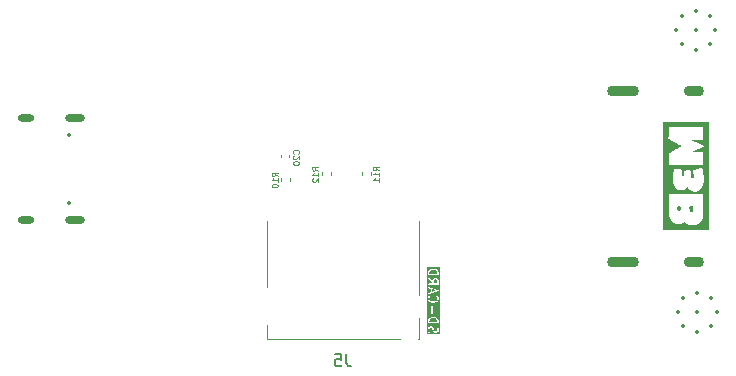
<source format=gbo>
%TF.GenerationSoftware,KiCad,Pcbnew,7.0.8*%
%TF.CreationDate,2024-04-11T13:26:55+03:00*%
%TF.ProjectId,rp2040DVI,72703230-3430-4445-9649-2e6b69636164,rev?*%
%TF.SameCoordinates,Original*%
%TF.FileFunction,Legend,Bot*%
%TF.FilePolarity,Positive*%
%FSLAX46Y46*%
G04 Gerber Fmt 4.6, Leading zero omitted, Abs format (unit mm)*
G04 Created by KiCad (PCBNEW 7.0.8) date 2024-04-11 13:26:55*
%MOMM*%
%LPD*%
G01*
G04 APERTURE LIST*
%ADD10C,0.120000*%
%ADD11C,0.150000*%
%ADD12C,0.100000*%
%ADD13C,0.150000*%
%ADD14C,0.149999*%
%ADD15C,0.350000*%
%ADD16O,2.700000X0.900000*%
%ADD17O,1.700000X0.900000*%
%ADD18O,1.700000X0.600000*%
%ADD19O,1.400000X0.600000*%
G04 APERTURE END LIST*
D10*
G36*
X186874726Y-104016235D02*
G01*
X186936319Y-104047031D01*
X186995606Y-104106318D01*
X187026144Y-104197931D01*
X187026144Y-104318671D01*
X186346144Y-104318671D01*
X186346144Y-104197932D01*
X186376682Y-104106318D01*
X186435969Y-104047032D01*
X186497566Y-104016233D01*
X186636385Y-103981528D01*
X186735903Y-103981528D01*
X186874726Y-104016235D01*
G37*
G36*
X186896407Y-101635813D02*
G01*
X186574716Y-101743044D01*
X186574716Y-101528583D01*
X186896407Y-101635813D01*
G37*
G36*
X186974412Y-100732744D02*
G01*
X186998736Y-100757069D01*
X187026144Y-100811884D01*
X187026144Y-101042481D01*
X186727097Y-101042481D01*
X186727097Y-100811884D01*
X186754504Y-100757068D01*
X186778829Y-100732744D01*
X186833643Y-100705338D01*
X186919600Y-100705338D01*
X186974412Y-100732744D01*
G37*
G36*
X186874726Y-99940045D02*
G01*
X186936319Y-99970841D01*
X186995606Y-100030128D01*
X187026144Y-100121741D01*
X187026144Y-100242481D01*
X186346144Y-100242481D01*
X186346144Y-100121742D01*
X186376682Y-100030128D01*
X186435969Y-99970842D01*
X186497566Y-99940043D01*
X186636385Y-99905338D01*
X186735903Y-99905338D01*
X186874726Y-99940045D01*
G37*
G36*
X187260430Y-105352958D02*
G01*
X186111858Y-105352958D01*
X186111858Y-105064386D01*
X186226144Y-105064386D01*
X186229923Y-105073509D01*
X186229223Y-105083360D01*
X186267319Y-105197646D01*
X186297408Y-105232337D01*
X186343214Y-105235593D01*
X186377905Y-105205504D01*
X186381161Y-105159698D01*
X186346144Y-105054648D01*
X186346144Y-104888073D01*
X186373550Y-104833260D01*
X186397875Y-104808936D01*
X186452690Y-104781529D01*
X186500551Y-104781529D01*
X186555366Y-104808936D01*
X186579690Y-104833261D01*
X186610485Y-104894851D01*
X186646984Y-105040843D01*
X186651042Y-105046320D01*
X186651526Y-105053124D01*
X186689621Y-105129314D01*
X186697082Y-105135784D01*
X186700861Y-105144907D01*
X186738955Y-105183002D01*
X186748079Y-105186781D01*
X186754549Y-105194241D01*
X186830740Y-105232337D01*
X186844668Y-105233326D01*
X186857573Y-105238672D01*
X186933763Y-105238672D01*
X186946666Y-105233327D01*
X186960596Y-105232337D01*
X187036787Y-105194242D01*
X187043257Y-105186780D01*
X187052380Y-105183002D01*
X187090475Y-105144908D01*
X187094253Y-105135784D01*
X187101715Y-105129314D01*
X187139810Y-105053124D01*
X187140799Y-105039193D01*
X187146144Y-105026291D01*
X187146144Y-104835814D01*
X187142364Y-104826690D01*
X187143065Y-104816840D01*
X187104970Y-104702555D01*
X187074882Y-104667864D01*
X187029075Y-104664608D01*
X186994384Y-104694696D01*
X186991128Y-104740503D01*
X187026144Y-104845551D01*
X187026144Y-105012126D01*
X186998736Y-105066940D01*
X186974412Y-105091265D01*
X186919600Y-105118672D01*
X186871738Y-105118672D01*
X186816924Y-105091265D01*
X186792599Y-105066941D01*
X186761803Y-105005349D01*
X186725306Y-104859358D01*
X186721245Y-104853877D01*
X186720762Y-104847077D01*
X186682666Y-104770886D01*
X186675206Y-104764416D01*
X186671427Y-104755292D01*
X186633332Y-104717198D01*
X186624209Y-104713419D01*
X186617739Y-104705958D01*
X186541549Y-104667863D01*
X186527618Y-104666873D01*
X186514716Y-104661529D01*
X186438525Y-104661529D01*
X186425622Y-104666873D01*
X186411692Y-104667863D01*
X186335502Y-104705958D01*
X186329031Y-104713419D01*
X186319908Y-104717198D01*
X186281814Y-104755293D01*
X186278035Y-104764415D01*
X186270574Y-104770886D01*
X186232479Y-104847077D01*
X186231488Y-104861006D01*
X186226144Y-104873910D01*
X186226144Y-105064386D01*
X186111858Y-105064386D01*
X186111858Y-104378671D01*
X186226144Y-104378671D01*
X186243718Y-104421097D01*
X186286144Y-104438671D01*
X187086144Y-104438671D01*
X187128570Y-104421097D01*
X187146144Y-104378671D01*
X187146144Y-104188195D01*
X187142364Y-104179071D01*
X187143065Y-104169222D01*
X187104970Y-104054935D01*
X187095818Y-104044383D01*
X187090475Y-104031483D01*
X187014285Y-103955293D01*
X187005163Y-103951514D01*
X186998692Y-103944053D01*
X186922501Y-103905958D01*
X186915697Y-103905474D01*
X186910220Y-103901416D01*
X186757839Y-103863320D01*
X186750315Y-103864439D01*
X186743287Y-103861528D01*
X186629001Y-103861528D01*
X186621973Y-103864438D01*
X186614449Y-103863319D01*
X186462068Y-103901416D01*
X186456590Y-103905474D01*
X186449787Y-103905958D01*
X186373597Y-103944053D01*
X186367126Y-103951514D01*
X186358004Y-103955293D01*
X186281814Y-104031483D01*
X186276470Y-104044383D01*
X186267319Y-104054935D01*
X186229223Y-104169221D01*
X186229923Y-104179071D01*
X186226144Y-104188195D01*
X186226144Y-104378671D01*
X186111858Y-104378671D01*
X186111858Y-103578671D01*
X186530906Y-103578671D01*
X186548480Y-103621097D01*
X186590906Y-103638671D01*
X186633332Y-103621097D01*
X186650906Y-103578671D01*
X186650906Y-102969148D01*
X186633332Y-102926722D01*
X186590906Y-102909148D01*
X186548480Y-102926722D01*
X186530906Y-102969148D01*
X186530906Y-103578671D01*
X186111858Y-103578671D01*
X186111858Y-102359624D01*
X186226144Y-102359624D01*
X186229923Y-102368747D01*
X186229223Y-102378598D01*
X186267319Y-102492884D01*
X186276470Y-102503435D01*
X186281814Y-102516336D01*
X186358004Y-102592526D01*
X186367126Y-102596304D01*
X186373597Y-102603766D01*
X186449787Y-102641861D01*
X186456590Y-102642344D01*
X186462068Y-102646403D01*
X186614449Y-102684500D01*
X186621973Y-102683380D01*
X186629001Y-102686291D01*
X186743287Y-102686291D01*
X186750315Y-102683379D01*
X186757839Y-102684499D01*
X186910220Y-102646403D01*
X186915697Y-102642344D01*
X186922501Y-102641861D01*
X186998692Y-102603766D01*
X187005163Y-102596304D01*
X187014285Y-102592526D01*
X187090475Y-102516336D01*
X187095818Y-102503435D01*
X187104970Y-102492884D01*
X187143065Y-102378597D01*
X187142364Y-102368747D01*
X187146144Y-102359624D01*
X187146144Y-102283433D01*
X187142364Y-102274309D01*
X187143065Y-102264459D01*
X187104970Y-102150174D01*
X187095819Y-102139623D01*
X187090476Y-102126722D01*
X187052381Y-102088626D01*
X187009955Y-102071053D01*
X186967528Y-102088625D01*
X186949955Y-102131051D01*
X186967527Y-102173478D01*
X186995606Y-102201558D01*
X187026144Y-102293170D01*
X187026144Y-102349887D01*
X186995606Y-102441500D01*
X186936319Y-102500787D01*
X186874726Y-102531583D01*
X186735903Y-102566291D01*
X186636385Y-102566291D01*
X186497566Y-102531585D01*
X186435969Y-102500787D01*
X186376682Y-102441500D01*
X186346144Y-102349886D01*
X186346144Y-102293170D01*
X186376681Y-102201558D01*
X186404762Y-102173478D01*
X186422334Y-102131051D01*
X186404761Y-102088625D01*
X186362334Y-102071053D01*
X186319908Y-102088626D01*
X186281813Y-102126722D01*
X186276469Y-102139624D01*
X186267319Y-102150174D01*
X186229223Y-102264459D01*
X186229923Y-102274309D01*
X186226144Y-102283433D01*
X186226144Y-102359624D01*
X186111858Y-102359624D01*
X186111858Y-101921455D01*
X186229223Y-101921455D01*
X186259311Y-101956146D01*
X186305118Y-101959402D01*
X187105118Y-101692735D01*
X187108505Y-101689796D01*
X187112977Y-101689479D01*
X187125439Y-101675109D01*
X187139809Y-101662647D01*
X187140126Y-101658175D01*
X187143065Y-101654788D01*
X187141716Y-101635814D01*
X187143065Y-101616840D01*
X187140126Y-101613452D01*
X187139809Y-101608981D01*
X187125437Y-101596516D01*
X187112976Y-101582149D01*
X187108505Y-101581831D01*
X187105118Y-101578893D01*
X186305118Y-101312227D01*
X186259311Y-101315483D01*
X186229223Y-101350174D01*
X186232479Y-101395981D01*
X186267170Y-101426069D01*
X186454716Y-101488584D01*
X186454716Y-101783044D01*
X186267170Y-101845560D01*
X186232479Y-101875648D01*
X186229223Y-101921455D01*
X186111858Y-101921455D01*
X186111858Y-101102481D01*
X186226144Y-101102481D01*
X186243718Y-101144907D01*
X186286144Y-101162481D01*
X186667097Y-101162481D01*
X187086144Y-101162481D01*
X187128570Y-101144907D01*
X187146144Y-101102481D01*
X187146144Y-100797719D01*
X187140799Y-100784816D01*
X187139810Y-100770886D01*
X187101715Y-100694696D01*
X187094253Y-100688225D01*
X187090475Y-100679102D01*
X187052380Y-100641008D01*
X187043257Y-100637229D01*
X187036787Y-100629768D01*
X186960596Y-100591673D01*
X186946666Y-100590682D01*
X186933763Y-100585338D01*
X186819478Y-100585338D01*
X186806573Y-100590683D01*
X186792645Y-100591673D01*
X186716454Y-100629769D01*
X186709984Y-100637228D01*
X186700860Y-100641008D01*
X186662766Y-100679103D01*
X186658987Y-100688225D01*
X186651526Y-100694696D01*
X186613431Y-100770886D01*
X186612441Y-100784816D01*
X186607403Y-100796980D01*
X186320552Y-100596184D01*
X186275717Y-100586252D01*
X186236990Y-100610930D01*
X186227058Y-100655765D01*
X186251736Y-100694492D01*
X186607097Y-100943244D01*
X186607097Y-101042481D01*
X186286144Y-101042481D01*
X186243718Y-101060055D01*
X186226144Y-101102481D01*
X186111858Y-101102481D01*
X186111858Y-100302481D01*
X186226144Y-100302481D01*
X186243718Y-100344907D01*
X186286144Y-100362481D01*
X187086144Y-100362481D01*
X187128570Y-100344907D01*
X187146144Y-100302481D01*
X187146144Y-100112005D01*
X187142364Y-100102881D01*
X187143065Y-100093032D01*
X187104970Y-99978745D01*
X187095818Y-99968193D01*
X187090475Y-99955293D01*
X187014285Y-99879103D01*
X187005163Y-99875324D01*
X186998692Y-99867863D01*
X186922501Y-99829768D01*
X186915697Y-99829284D01*
X186910220Y-99825226D01*
X186757839Y-99787130D01*
X186750315Y-99788249D01*
X186743287Y-99785338D01*
X186629001Y-99785338D01*
X186621973Y-99788248D01*
X186614449Y-99787129D01*
X186462068Y-99825226D01*
X186456590Y-99829284D01*
X186449787Y-99829768D01*
X186373597Y-99867863D01*
X186367126Y-99875324D01*
X186358004Y-99879103D01*
X186281814Y-99955293D01*
X186276470Y-99968193D01*
X186267319Y-99978745D01*
X186229223Y-100093031D01*
X186229923Y-100102881D01*
X186226144Y-100112005D01*
X186226144Y-100302481D01*
X186111858Y-100302481D01*
X186111858Y-99671052D01*
X187260430Y-99671052D01*
X187260430Y-105352958D01*
G37*
D11*
G36*
X208574661Y-94523027D02*
G01*
X208608733Y-94523989D01*
X208640149Y-94526023D01*
X208669458Y-94530631D01*
X208676053Y-94533035D01*
X208696494Y-94555452D01*
X208706907Y-94586158D01*
X208711080Y-94617734D01*
X208711956Y-94644410D01*
X208711885Y-94675109D01*
X208711571Y-94712816D01*
X208711004Y-94746837D01*
X208710185Y-94777170D01*
X208708808Y-94809903D01*
X208706635Y-94841580D01*
X208703896Y-94864961D01*
X208695138Y-94898277D01*
X208683884Y-94927151D01*
X208666306Y-94956997D01*
X208644829Y-94979902D01*
X208619451Y-94995866D01*
X208590174Y-95004889D01*
X208563945Y-95007110D01*
X208530292Y-95003813D01*
X208499949Y-94993921D01*
X208472916Y-94977435D01*
X208449193Y-94954354D01*
X208428780Y-94924678D01*
X208411678Y-94888408D01*
X208402115Y-94860565D01*
X208394024Y-94829790D01*
X208387403Y-94796085D01*
X208382254Y-94759448D01*
X208378576Y-94719881D01*
X208376369Y-94677383D01*
X208375634Y-94631953D01*
X208376845Y-94601977D01*
X208382226Y-94569623D01*
X208395005Y-94541416D01*
X208410072Y-94528639D01*
X208442029Y-94524632D01*
X208472838Y-94523470D01*
X208507116Y-94522920D01*
X208541230Y-94522777D01*
X208574661Y-94523027D01*
G37*
G36*
X207512557Y-94523060D02*
G01*
X207542495Y-94524107D01*
X207573951Y-94526941D01*
X207590882Y-94530837D01*
X207611867Y-94553368D01*
X207621957Y-94584738D01*
X207625185Y-94618077D01*
X207625320Y-94627557D01*
X207625263Y-94631953D01*
X207624836Y-94665001D01*
X207623385Y-94700029D01*
X207620966Y-94732641D01*
X207617580Y-94762837D01*
X207610687Y-94803602D01*
X207601618Y-94838932D01*
X207590371Y-94868827D01*
X207571990Y-94900231D01*
X207549739Y-94921972D01*
X207516484Y-94935561D01*
X207501489Y-94936769D01*
X207464566Y-94931742D01*
X207432566Y-94916664D01*
X207405490Y-94891534D01*
X207388413Y-94866090D01*
X207374106Y-94834991D01*
X207362567Y-94798238D01*
X207353798Y-94755830D01*
X207349490Y-94724417D01*
X207346414Y-94690492D01*
X207344567Y-94654053D01*
X207343952Y-94615101D01*
X207345967Y-94582769D01*
X207354153Y-94552401D01*
X207374209Y-94529610D01*
X207376192Y-94528639D01*
X207406675Y-94524431D01*
X207436625Y-94523241D01*
X207470645Y-94522800D01*
X207481705Y-94522777D01*
X207512557Y-94523060D01*
G37*
G36*
X210023465Y-96554558D02*
G01*
X206165067Y-96554558D01*
X206165067Y-94932372D01*
X206640533Y-94932372D01*
X206640729Y-94964626D01*
X206641317Y-94996449D01*
X206642297Y-95027841D01*
X206643670Y-95058802D01*
X206645434Y-95089333D01*
X206647591Y-95119433D01*
X206650140Y-95149102D01*
X206653081Y-95178340D01*
X206660139Y-95235524D01*
X206668766Y-95290986D01*
X206678961Y-95344724D01*
X206690725Y-95396739D01*
X206704057Y-95447031D01*
X206718957Y-95495600D01*
X206735427Y-95542446D01*
X206753464Y-95587569D01*
X206773071Y-95630969D01*
X206794245Y-95672646D01*
X206816989Y-95712599D01*
X206841300Y-95750830D01*
X206860058Y-95776974D01*
X206880335Y-95802101D01*
X206902132Y-95826210D01*
X206925450Y-95849302D01*
X206950286Y-95871376D01*
X206976643Y-95892433D01*
X207004520Y-95912472D01*
X207033916Y-95931493D01*
X207064833Y-95949497D01*
X207097269Y-95966484D01*
X207119737Y-95977243D01*
X207151963Y-95991647D01*
X207184343Y-96004634D01*
X207216878Y-96016205D01*
X207249567Y-96026359D01*
X207282411Y-96035096D01*
X207315410Y-96042416D01*
X207348563Y-96048319D01*
X207381871Y-96052806D01*
X207415333Y-96055875D01*
X207448950Y-96057528D01*
X207471447Y-96057843D01*
X207508118Y-96055954D01*
X207546323Y-96050287D01*
X207575983Y-96043557D01*
X207606506Y-96034702D01*
X207637893Y-96023722D01*
X207670142Y-96010617D01*
X207703255Y-95995386D01*
X207737230Y-95978030D01*
X207772068Y-95958549D01*
X207807769Y-95936943D01*
X207841878Y-95915468D01*
X207872212Y-95896105D01*
X207898773Y-95878854D01*
X207928317Y-95859139D01*
X207955812Y-95839776D01*
X207978886Y-95819709D01*
X207977030Y-95816775D01*
X208003176Y-95833004D01*
X208023913Y-95856045D01*
X208033450Y-95868066D01*
X208058929Y-95899299D01*
X208086092Y-95928517D01*
X208114937Y-95955719D01*
X208145465Y-95980907D01*
X208177677Y-96004079D01*
X208211571Y-96025237D01*
X208247149Y-96044379D01*
X208284409Y-96061507D01*
X208323353Y-96076619D01*
X208363979Y-96089717D01*
X208406288Y-96100799D01*
X208450281Y-96109867D01*
X208495956Y-96116919D01*
X208543314Y-96121957D01*
X208592355Y-96124979D01*
X208643080Y-96125987D01*
X208687258Y-96125054D01*
X208730767Y-96122255D01*
X208773606Y-96117589D01*
X208815775Y-96111058D01*
X208857274Y-96102660D01*
X208898104Y-96092396D01*
X208938263Y-96080266D01*
X208977754Y-96066270D01*
X209016574Y-96050407D01*
X209054724Y-96032679D01*
X209092205Y-96013084D01*
X209129016Y-95991623D01*
X209165157Y-95968296D01*
X209200629Y-95943102D01*
X209235431Y-95916043D01*
X209269563Y-95887117D01*
X209303280Y-95855785D01*
X209334821Y-95823702D01*
X209364188Y-95790870D01*
X209391379Y-95757287D01*
X209416395Y-95722955D01*
X209439235Y-95687873D01*
X209459900Y-95652040D01*
X209478390Y-95615458D01*
X209494705Y-95578126D01*
X209508844Y-95540045D01*
X209520808Y-95501213D01*
X209530597Y-95461631D01*
X209538211Y-95421300D01*
X209543649Y-95380218D01*
X209546912Y-95338387D01*
X209548000Y-95295806D01*
X209548000Y-95259005D01*
X209548000Y-95218946D01*
X209548000Y-95175629D01*
X209548000Y-95144940D01*
X209548000Y-95112803D01*
X209548000Y-95079218D01*
X209548000Y-95044184D01*
X209548000Y-95007702D01*
X209548000Y-94969772D01*
X209548000Y-94930394D01*
X209548000Y-94889567D01*
X209548000Y-94847292D01*
X209548000Y-94803569D01*
X209548000Y-94758397D01*
X209548000Y-94735268D01*
X209548000Y-94689378D01*
X209548000Y-94644948D01*
X209548000Y-94601977D01*
X209548000Y-94560467D01*
X209548000Y-94520416D01*
X209548000Y-94481824D01*
X209548000Y-94444693D01*
X209548000Y-94409021D01*
X209548000Y-94374809D01*
X209548000Y-94342056D01*
X209548000Y-94310764D01*
X209548000Y-94280931D01*
X209548000Y-94238918D01*
X209548000Y-94200190D01*
X209548000Y-94176196D01*
X209548000Y-94140136D01*
X209548000Y-94107501D01*
X209548000Y-94071500D01*
X209548000Y-94032133D01*
X209548000Y-94000399D01*
X209548000Y-93966771D01*
X209548000Y-93931250D01*
X209548000Y-93893836D01*
X209548000Y-93854528D01*
X209548000Y-93815371D01*
X209548000Y-93778133D01*
X209548000Y-93742814D01*
X209548000Y-93709414D01*
X209548000Y-93677933D01*
X209548000Y-93648371D01*
X209548000Y-93611941D01*
X209548000Y-93578922D01*
X209548000Y-93549316D01*
X209548000Y-93535792D01*
X209544244Y-93505979D01*
X209528989Y-93480691D01*
X209501998Y-93468713D01*
X209487916Y-93467648D01*
X209443604Y-93467860D01*
X209411845Y-93468238D01*
X209378311Y-93468805D01*
X209343003Y-93469560D01*
X209305920Y-93470505D01*
X209267063Y-93471638D01*
X209226430Y-93472961D01*
X209184024Y-93474472D01*
X209139843Y-93476172D01*
X209093887Y-93478061D01*
X209046156Y-93480139D01*
X208996651Y-93482406D01*
X208945372Y-93484862D01*
X208892318Y-93487507D01*
X208837489Y-93490340D01*
X208809409Y-93491828D01*
X208753690Y-93494845D01*
X208699740Y-93497667D01*
X208647559Y-93500294D01*
X208597147Y-93502727D01*
X208548503Y-93504965D01*
X208501629Y-93507009D01*
X208456523Y-93508858D01*
X208413186Y-93510512D01*
X208371618Y-93511972D01*
X208331819Y-93513237D01*
X208293789Y-93514308D01*
X208257527Y-93515184D01*
X208223035Y-93515865D01*
X208190311Y-93516351D01*
X208159356Y-93516643D01*
X208130170Y-93516741D01*
X208099000Y-93516652D01*
X208064476Y-93516386D01*
X208026597Y-93515942D01*
X207985364Y-93515321D01*
X207940777Y-93514522D01*
X207892834Y-93513546D01*
X207841538Y-93512393D01*
X207786886Y-93511062D01*
X207728881Y-93509554D01*
X207698620Y-93508733D01*
X207667520Y-93507868D01*
X207635582Y-93506958D01*
X207602806Y-93506004D01*
X207569190Y-93505006D01*
X207534736Y-93503964D01*
X207499444Y-93502877D01*
X207463312Y-93501745D01*
X207426343Y-93500570D01*
X207388534Y-93499350D01*
X207349887Y-93498085D01*
X207310401Y-93496777D01*
X207270077Y-93495423D01*
X207228914Y-93494026D01*
X207195159Y-93492830D01*
X207158469Y-93491441D01*
X207118841Y-93489859D01*
X207076277Y-93488084D01*
X207046270Y-93486793D01*
X207014957Y-93485416D01*
X206982339Y-93483954D01*
X206948416Y-93482405D01*
X206913188Y-93480771D01*
X206876654Y-93479051D01*
X206838816Y-93477245D01*
X206799672Y-93475353D01*
X206759223Y-93473375D01*
X206717469Y-93471311D01*
X206688160Y-93469113D01*
X206659137Y-93474712D01*
X206642812Y-93499614D01*
X206640533Y-93521137D01*
X206640533Y-94615101D01*
X206640533Y-94932372D01*
X206165067Y-94932372D01*
X206165067Y-92194898D01*
X206968795Y-92194898D01*
X206969410Y-92239389D01*
X206971257Y-92283284D01*
X206974333Y-92326583D01*
X206978641Y-92369288D01*
X206984179Y-92411397D01*
X206990949Y-92452910D01*
X206998949Y-92493829D01*
X207008179Y-92534152D01*
X207018641Y-92573879D01*
X207030333Y-92613012D01*
X207043256Y-92651548D01*
X207057409Y-92689490D01*
X207072794Y-92726836D01*
X207089409Y-92763587D01*
X207107255Y-92799743D01*
X207126332Y-92835303D01*
X207150334Y-92877006D01*
X207175447Y-92916018D01*
X207201671Y-92952339D01*
X207229005Y-92985970D01*
X207257450Y-93016911D01*
X207287005Y-93045161D01*
X207317671Y-93070721D01*
X207349448Y-93093590D01*
X207382334Y-93113769D01*
X207416332Y-93131257D01*
X207451440Y-93146054D01*
X207487658Y-93158162D01*
X207524988Y-93167578D01*
X207563427Y-93174304D01*
X207602977Y-93178340D01*
X207643638Y-93179685D01*
X207689133Y-93178317D01*
X207733294Y-93174213D01*
X207776122Y-93167372D01*
X207817615Y-93157795D01*
X207857775Y-93145482D01*
X207896601Y-93130432D01*
X207934093Y-93112647D01*
X207970252Y-93092124D01*
X208005076Y-93068866D01*
X208038567Y-93042871D01*
X208070724Y-93014140D01*
X208101548Y-92982673D01*
X208131037Y-92948470D01*
X208159193Y-92911530D01*
X208186015Y-92871854D01*
X208211503Y-92829441D01*
X208223709Y-92866291D01*
X208237795Y-92901827D01*
X208253762Y-92936049D01*
X208271609Y-92968957D01*
X208291337Y-93000552D01*
X208312945Y-93030833D01*
X208336434Y-93059800D01*
X208361804Y-93087453D01*
X208389053Y-93113793D01*
X208418184Y-93138819D01*
X208438648Y-93154773D01*
X208470209Y-93177296D01*
X208502516Y-93197603D01*
X208535570Y-93215695D01*
X208569372Y-93231572D01*
X208603920Y-93245233D01*
X208639216Y-93256679D01*
X208675258Y-93265910D01*
X208712048Y-93272925D01*
X208749584Y-93277725D01*
X208787868Y-93280310D01*
X208813806Y-93280802D01*
X208861834Y-93279474D01*
X208908465Y-93275490D01*
X208953699Y-93268849D01*
X208997537Y-93259553D01*
X209039978Y-93247600D01*
X209081022Y-93232991D01*
X209120670Y-93215727D01*
X209158921Y-93195806D01*
X209195775Y-93173228D01*
X209231232Y-93147995D01*
X209265292Y-93120105D01*
X209297956Y-93089560D01*
X209329223Y-93056358D01*
X209359093Y-93020500D01*
X209387566Y-92981986D01*
X209414643Y-92940816D01*
X209436470Y-92904257D01*
X209456889Y-92866753D01*
X209475900Y-92828305D01*
X209493503Y-92788912D01*
X209509697Y-92748575D01*
X209524483Y-92707293D01*
X209537862Y-92665067D01*
X209549831Y-92621896D01*
X209560393Y-92577780D01*
X209569546Y-92532721D01*
X209577291Y-92486716D01*
X209583628Y-92439767D01*
X209588557Y-92391873D01*
X209592078Y-92343035D01*
X209594190Y-92293253D01*
X209594894Y-92242526D01*
X209594456Y-92201544D01*
X209593142Y-92158282D01*
X209591780Y-92128174D01*
X209590028Y-92097053D01*
X209587887Y-92064919D01*
X209585357Y-92031772D01*
X209582438Y-91997611D01*
X209579129Y-91962437D01*
X209575431Y-91926250D01*
X209571344Y-91889050D01*
X209566867Y-91850836D01*
X209562001Y-91811610D01*
X209556746Y-91771370D01*
X209551102Y-91730117D01*
X209545069Y-91687850D01*
X209537177Y-91633726D01*
X209529074Y-91583093D01*
X209520760Y-91535952D01*
X209512233Y-91492303D01*
X209503495Y-91452146D01*
X209494545Y-91415481D01*
X209485383Y-91382308D01*
X209476009Y-91352627D01*
X209461551Y-91314652D01*
X209446617Y-91284535D01*
X209425963Y-91256599D01*
X209398954Y-91241322D01*
X209393394Y-91240886D01*
X209364491Y-91247812D01*
X209343568Y-91255540D01*
X209307401Y-91268043D01*
X209270891Y-91280453D01*
X209234037Y-91292772D01*
X209196839Y-91305000D01*
X209159298Y-91317135D01*
X209121414Y-91329180D01*
X209083186Y-91341132D01*
X209044615Y-91352993D01*
X209005700Y-91364763D01*
X208966442Y-91376441D01*
X208926840Y-91388027D01*
X208886895Y-91399521D01*
X208846607Y-91410925D01*
X208805974Y-91422236D01*
X208764999Y-91433456D01*
X208723680Y-91444584D01*
X208694508Y-91455026D01*
X208669764Y-91473745D01*
X208657588Y-91501608D01*
X208657002Y-91510530D01*
X208660711Y-91540302D01*
X208667306Y-91569874D01*
X208675320Y-91600461D01*
X208683380Y-91628820D01*
X208692905Y-91660636D01*
X208703896Y-91695910D01*
X208714887Y-91731791D01*
X208724413Y-91765428D01*
X208732473Y-91796821D01*
X208739067Y-91825969D01*
X208745250Y-91859250D01*
X208749142Y-91889024D01*
X208750791Y-91920125D01*
X208750250Y-91949849D01*
X208747410Y-91990840D01*
X208742135Y-92027516D01*
X208734427Y-92059877D01*
X208724284Y-92087923D01*
X208706973Y-92118606D01*
X208685335Y-92141618D01*
X208659369Y-92156960D01*
X208629075Y-92164630D01*
X208612305Y-92165589D01*
X208578817Y-92161594D01*
X208549794Y-92149607D01*
X208525236Y-92129628D01*
X208505144Y-92101659D01*
X208489516Y-92065698D01*
X208480725Y-92033483D01*
X208474446Y-91996773D01*
X208470679Y-91955567D01*
X208469563Y-91925600D01*
X208469423Y-91909867D01*
X208469852Y-91879985D01*
X208470973Y-91848198D01*
X208472553Y-91816049D01*
X208473819Y-91794096D01*
X208475422Y-91761398D01*
X208476782Y-91729541D01*
X208477483Y-91701772D01*
X208477394Y-91667390D01*
X208477125Y-91637515D01*
X208476567Y-91607616D01*
X208475422Y-91577849D01*
X208473819Y-91559623D01*
X208465997Y-91530239D01*
X208452378Y-91503642D01*
X208430888Y-91483377D01*
X208403079Y-91473921D01*
X208391021Y-91473161D01*
X208353177Y-91473298D01*
X208316947Y-91473710D01*
X208282331Y-91474397D01*
X208249330Y-91475359D01*
X208217943Y-91476595D01*
X208188170Y-91478107D01*
X208146537Y-91480889D01*
X208108537Y-91484289D01*
X208074169Y-91488308D01*
X208043433Y-91492944D01*
X208008102Y-91500088D01*
X207979228Y-91508332D01*
X207951659Y-91520605D01*
X207930059Y-91541857D01*
X207918428Y-91570991D01*
X207916213Y-91594794D01*
X207917720Y-91626356D01*
X207920976Y-91655793D01*
X207926055Y-91689508D01*
X207931859Y-91721811D01*
X207935264Y-91739141D01*
X207941489Y-91773162D01*
X207946427Y-91803782D01*
X207950559Y-91835207D01*
X207953135Y-91865455D01*
X207953582Y-91881290D01*
X207950863Y-91911054D01*
X207940422Y-91940111D01*
X207918343Y-91964830D01*
X207890934Y-91978148D01*
X207862111Y-91983697D01*
X207842207Y-91984605D01*
X207806745Y-91979382D01*
X207777292Y-91963711D01*
X207753851Y-91937593D01*
X207739425Y-91909177D01*
X207728846Y-91874075D01*
X207723437Y-91843360D01*
X207720191Y-91808885D01*
X207719109Y-91770648D01*
X207720575Y-91740744D01*
X207724261Y-91709393D01*
X207729207Y-91678670D01*
X207735802Y-91644392D01*
X207742556Y-91613112D01*
X207749311Y-91581921D01*
X207755906Y-91547986D01*
X207760852Y-91517864D01*
X207764538Y-91487540D01*
X207766004Y-91459239D01*
X207753241Y-91432772D01*
X207728497Y-91416786D01*
X207699325Y-91405750D01*
X207668008Y-91400347D01*
X207637436Y-91396593D01*
X207606203Y-91393205D01*
X207568948Y-91389472D01*
X207537055Y-91386448D01*
X207501775Y-91383230D01*
X207463107Y-91379819D01*
X207449465Y-91378639D01*
X207410647Y-91375365D01*
X207374701Y-91372413D01*
X207341627Y-91369784D01*
X207311426Y-91367476D01*
X207275625Y-91364900D01*
X207244931Y-91362897D01*
X207213743Y-91361197D01*
X207183484Y-91360321D01*
X207151473Y-91364579D01*
X207124317Y-91377356D01*
X207102014Y-91398651D01*
X207086482Y-91424272D01*
X207084566Y-91428464D01*
X207070547Y-91461855D01*
X207057432Y-91497180D01*
X207045222Y-91534441D01*
X207033916Y-91573636D01*
X207023515Y-91614766D01*
X207014018Y-91657831D01*
X207005426Y-91702831D01*
X206997738Y-91749766D01*
X206990954Y-91798635D01*
X206985075Y-91849440D01*
X206980101Y-91902179D01*
X206976031Y-91956853D01*
X206972865Y-92013462D01*
X206970604Y-92072006D01*
X206969813Y-92102004D01*
X206969247Y-92132485D01*
X206968908Y-92163450D01*
X206968795Y-92194898D01*
X206165067Y-92194898D01*
X206165067Y-88767927D01*
X206593638Y-88767927D01*
X206613602Y-88793311D01*
X206640576Y-88813564D01*
X206668259Y-88831820D01*
X206684496Y-88841933D01*
X206730549Y-88870171D01*
X206777484Y-88898650D01*
X206825300Y-88927370D01*
X206873998Y-88956330D01*
X206923578Y-88985530D01*
X206974039Y-89014971D01*
X206999600Y-89029781D01*
X207025381Y-89044652D01*
X207051383Y-89059583D01*
X207077605Y-89074574D01*
X207104048Y-89089625D01*
X207130711Y-89104736D01*
X207157594Y-89119907D01*
X207184698Y-89135138D01*
X207212022Y-89150430D01*
X207239567Y-89165781D01*
X207267332Y-89181193D01*
X207295317Y-89196665D01*
X207323523Y-89212197D01*
X207351949Y-89227789D01*
X207380596Y-89243441D01*
X207409463Y-89259153D01*
X207438550Y-89274925D01*
X207467858Y-89290757D01*
X207497386Y-89306650D01*
X207527134Y-89322602D01*
X207557514Y-89338838D01*
X207584905Y-89353746D01*
X207616779Y-89371561D01*
X207643340Y-89387017D01*
X207669072Y-89403020D01*
X207692977Y-89420961D01*
X207697127Y-89427383D01*
X207678858Y-89452956D01*
X207653493Y-89470627D01*
X207624052Y-89487360D01*
X207595063Y-89502061D01*
X207561243Y-89517929D01*
X207542521Y-89526301D01*
X207510633Y-89540422D01*
X207477340Y-89555856D01*
X207442644Y-89572605D01*
X207406543Y-89590667D01*
X207369039Y-89610042D01*
X207330130Y-89630732D01*
X207303412Y-89645255D01*
X207276069Y-89660362D01*
X207248102Y-89676052D01*
X207219511Y-89692327D01*
X207190297Y-89709185D01*
X207160458Y-89726628D01*
X207129995Y-89744654D01*
X207087723Y-89770239D01*
X207047735Y-89794422D01*
X207010031Y-89817203D01*
X206974611Y-89838581D01*
X206941475Y-89858556D01*
X206910623Y-89877129D01*
X206882055Y-89894300D01*
X206855772Y-89910068D01*
X206820629Y-89931090D01*
X206790625Y-89948957D01*
X206758614Y-89967870D01*
X206731448Y-89983623D01*
X206727727Y-89985722D01*
X206698095Y-90002972D01*
X206671272Y-90022252D01*
X206649048Y-90045700D01*
X206640533Y-90069986D01*
X206640533Y-90101396D01*
X206640533Y-90131900D01*
X206640533Y-90166339D01*
X206640533Y-90196725D01*
X206640533Y-90229629D01*
X206640533Y-90265052D01*
X206640533Y-90302993D01*
X206640533Y-90340958D01*
X206640533Y-90376449D01*
X206640533Y-90409468D01*
X206640533Y-90440013D01*
X206640533Y-90474718D01*
X206640533Y-90505558D01*
X206640533Y-90537466D01*
X206640533Y-90568842D01*
X206640533Y-90598845D01*
X206640533Y-90632355D01*
X206640533Y-90661687D01*
X206640533Y-90693263D01*
X206640533Y-90727083D01*
X206640533Y-90763147D01*
X206640533Y-90799371D01*
X206640533Y-90833306D01*
X206640533Y-90864950D01*
X206640533Y-90894305D01*
X206640533Y-90927779D01*
X206640533Y-90957675D01*
X206640533Y-90988827D01*
X206647127Y-91019190D01*
X206671490Y-91036901D01*
X206687427Y-91038653D01*
X206718694Y-91038573D01*
X206751862Y-91038332D01*
X206786930Y-91037931D01*
X206823898Y-91037370D01*
X206862767Y-91036649D01*
X206903536Y-91035768D01*
X206946206Y-91034726D01*
X206990777Y-91033524D01*
X207037248Y-91032161D01*
X207085619Y-91030638D01*
X207135891Y-91028955D01*
X207188064Y-91027112D01*
X207242137Y-91025109D01*
X207298111Y-91022945D01*
X207355985Y-91020621D01*
X207385635Y-91019399D01*
X207415759Y-91018136D01*
X207445886Y-91016874D01*
X207475540Y-91015652D01*
X207533431Y-91013328D01*
X207589433Y-91011164D01*
X207643546Y-91009160D01*
X207695771Y-91007317D01*
X207746106Y-91005634D01*
X207794551Y-91004111D01*
X207841108Y-91002749D01*
X207885776Y-91001547D01*
X207928555Y-91000505D01*
X207969445Y-90999623D01*
X208008445Y-90998902D01*
X208045557Y-90998341D01*
X208080779Y-90997940D01*
X208114113Y-90997700D01*
X208145557Y-90997620D01*
X208189437Y-90997807D01*
X208220887Y-90998139D01*
X208254095Y-90998637D01*
X208289060Y-90999301D01*
X208325782Y-91000131D01*
X208364262Y-91001127D01*
X208404499Y-91002289D01*
X208446493Y-91003617D01*
X208490245Y-91005111D01*
X208535754Y-91006771D01*
X208583021Y-91008597D01*
X208632045Y-91010589D01*
X208682827Y-91012747D01*
X208735366Y-91015072D01*
X208789662Y-91017562D01*
X208817469Y-91018869D01*
X208872555Y-91021531D01*
X208925890Y-91024021D01*
X208977473Y-91026339D01*
X209027304Y-91028486D01*
X209075384Y-91030461D01*
X209121712Y-91032264D01*
X209166288Y-91033896D01*
X209209113Y-91035355D01*
X209250185Y-91036643D01*
X209289507Y-91037760D01*
X209327076Y-91038704D01*
X209362894Y-91039477D01*
X209396960Y-91040078D01*
X209429275Y-91040507D01*
X209459837Y-91040765D01*
X209488648Y-91040851D01*
X209519947Y-91034196D01*
X209540986Y-91011504D01*
X209547768Y-90980959D01*
X209548000Y-90972707D01*
X209548000Y-90939623D01*
X209548000Y-90907684D01*
X209548000Y-90871774D01*
X209548000Y-90840186D01*
X209548000Y-90806057D01*
X209548000Y-90769386D01*
X209548000Y-90730174D01*
X209548000Y-90700638D01*
X209548000Y-90663400D01*
X209548000Y-90628613D01*
X209548000Y-90596276D01*
X209548000Y-90566388D01*
X209548000Y-90532475D01*
X209548000Y-90502389D01*
X209548000Y-90486175D01*
X209548000Y-90453014D01*
X209548000Y-90420892D01*
X209548000Y-90384692D01*
X209548000Y-90352796D01*
X209548000Y-90318289D01*
X209548000Y-90281172D01*
X209548000Y-90251621D01*
X209548000Y-90241444D01*
X209548000Y-90211535D01*
X209548000Y-90173919D01*
X209548000Y-90138891D01*
X209548000Y-90106451D01*
X209548000Y-90076598D01*
X209548000Y-90042920D01*
X209548000Y-90013286D01*
X209548000Y-89997445D01*
X209541914Y-89966630D01*
X209520876Y-89944219D01*
X209489095Y-89934694D01*
X209471063Y-89933698D01*
X209434220Y-89933893D01*
X209403673Y-89934294D01*
X209370628Y-89934914D01*
X209335083Y-89935754D01*
X209297040Y-89936812D01*
X209256498Y-89938089D01*
X209213457Y-89939586D01*
X209183375Y-89940705D01*
X209152183Y-89941921D01*
X209119880Y-89943235D01*
X209086466Y-89944646D01*
X209051942Y-89946154D01*
X209017329Y-89947663D01*
X208983833Y-89949074D01*
X208951453Y-89950388D01*
X208920189Y-89951604D01*
X208890041Y-89952723D01*
X208846912Y-89954219D01*
X208806295Y-89955497D01*
X208768190Y-89956555D01*
X208732596Y-89957394D01*
X208699513Y-89958015D01*
X208668943Y-89958416D01*
X208632089Y-89958611D01*
X208600404Y-89957394D01*
X208572240Y-89947663D01*
X208572005Y-89946154D01*
X208596479Y-89920294D01*
X208621951Y-89903779D01*
X208656413Y-89884006D01*
X208684383Y-89869014D01*
X208716348Y-89852573D01*
X208752309Y-89834685D01*
X208792266Y-89815347D01*
X208836218Y-89794562D01*
X208884166Y-89772328D01*
X208936110Y-89748646D01*
X208963580Y-89736262D01*
X208992049Y-89723516D01*
X209021517Y-89710408D01*
X209051984Y-89696937D01*
X209083450Y-89683105D01*
X209114915Y-89669315D01*
X209145382Y-89655882D01*
X209174850Y-89642806D01*
X209203319Y-89630085D01*
X209230790Y-89617721D01*
X209282733Y-89594062D01*
X209330681Y-89571828D01*
X209374633Y-89551020D01*
X209414590Y-89531637D01*
X209450551Y-89513679D01*
X209482516Y-89497147D01*
X209510486Y-89482040D01*
X209544948Y-89462053D01*
X209570421Y-89445272D01*
X209592896Y-89424432D01*
X209594894Y-89418590D01*
X209576914Y-89391370D01*
X209544948Y-89367099D01*
X209510486Y-89345679D01*
X209482516Y-89329868D01*
X209450551Y-89312832D01*
X209414590Y-89294571D01*
X209374633Y-89275085D01*
X209330681Y-89254374D01*
X209282733Y-89232438D01*
X209230790Y-89209277D01*
X209203319Y-89197237D01*
X209174850Y-89184891D01*
X209145382Y-89172239D01*
X209114915Y-89159280D01*
X209083450Y-89146015D01*
X209051984Y-89132811D01*
X209021517Y-89119946D01*
X208992049Y-89107418D01*
X208963580Y-89095228D01*
X208936110Y-89083375D01*
X208884166Y-89060683D01*
X208836218Y-89039343D01*
X208792266Y-89019353D01*
X208752309Y-89000714D01*
X208716348Y-88983426D01*
X208684383Y-88967490D01*
X208656413Y-88952904D01*
X208621951Y-88933558D01*
X208596479Y-88917252D01*
X208574003Y-88896830D01*
X208572005Y-88891025D01*
X208600404Y-88879785D01*
X208632089Y-88878569D01*
X208668943Y-88878764D01*
X208699513Y-88879165D01*
X208732596Y-88879785D01*
X208768190Y-88880625D01*
X208806295Y-88881683D01*
X208846912Y-88882960D01*
X208890041Y-88884457D01*
X208920189Y-88885576D01*
X208951453Y-88886792D01*
X208983833Y-88888106D01*
X209017329Y-88889517D01*
X209051942Y-88891025D01*
X209086466Y-88892534D01*
X209119880Y-88893945D01*
X209152183Y-88895259D01*
X209183375Y-88896475D01*
X209213457Y-88897594D01*
X209256498Y-88899090D01*
X209297040Y-88900368D01*
X209335083Y-88901426D01*
X209370628Y-88902265D01*
X209403673Y-88902886D01*
X209434220Y-88903287D01*
X209471063Y-88903482D01*
X209501041Y-88900536D01*
X209528765Y-88888094D01*
X209545295Y-88862850D01*
X209548000Y-88841933D01*
X209548000Y-88808075D01*
X209548000Y-88775571D01*
X209548000Y-88739167D01*
X209548000Y-88707236D01*
X209548000Y-88672810D01*
X209548000Y-88635887D01*
X209548000Y-88606557D01*
X209548000Y-88596468D01*
X209548000Y-88566677D01*
X209548000Y-88529159D01*
X209548000Y-88494160D01*
X209548000Y-88461679D01*
X209548000Y-88431718D01*
X209548000Y-88397807D01*
X209548000Y-88367833D01*
X209548000Y-88351737D01*
X209548000Y-88318653D01*
X209548000Y-88286714D01*
X209548000Y-88250804D01*
X209548000Y-88219216D01*
X209548000Y-88185087D01*
X209548000Y-88148416D01*
X209548000Y-88109204D01*
X209548000Y-88079563D01*
X209548000Y-88042285D01*
X209548000Y-88007572D01*
X209548000Y-87975424D01*
X209548000Y-87945840D01*
X209548000Y-87912466D01*
X209548000Y-87883100D01*
X209548000Y-87867404D01*
X209544244Y-87837591D01*
X209528989Y-87812303D01*
X209501998Y-87800325D01*
X209487916Y-87799260D01*
X209443604Y-87799440D01*
X209411845Y-87799761D01*
X209378311Y-87800242D01*
X209343003Y-87800883D01*
X209305920Y-87801684D01*
X209267063Y-87802646D01*
X209226430Y-87803768D01*
X209184024Y-87805050D01*
X209139843Y-87806493D01*
X209093887Y-87808095D01*
X209046156Y-87809859D01*
X208996651Y-87811782D01*
X208945372Y-87813866D01*
X208892318Y-87816110D01*
X208837489Y-87818514D01*
X208809409Y-87819776D01*
X208753690Y-87822261D01*
X208699740Y-87824585D01*
X208647559Y-87826749D01*
X208597147Y-87828752D01*
X208548503Y-87830595D01*
X208501629Y-87832278D01*
X208456523Y-87833801D01*
X208413186Y-87835163D01*
X208371618Y-87836366D01*
X208331819Y-87837407D01*
X208293789Y-87838289D01*
X208257527Y-87839010D01*
X208223035Y-87839571D01*
X208190311Y-87839972D01*
X208159356Y-87840212D01*
X208130170Y-87840293D01*
X208099186Y-87840215D01*
X208066319Y-87839983D01*
X208031569Y-87839597D01*
X207994936Y-87839056D01*
X207956419Y-87838361D01*
X207916018Y-87837511D01*
X207873735Y-87836506D01*
X207829568Y-87835347D01*
X207783518Y-87834033D01*
X207735584Y-87832565D01*
X207685767Y-87830942D01*
X207634067Y-87829164D01*
X207580483Y-87827232D01*
X207525016Y-87825146D01*
X207467666Y-87822905D01*
X207438284Y-87821726D01*
X207408432Y-87820509D01*
X207378535Y-87819292D01*
X207349110Y-87818113D01*
X207291676Y-87815872D01*
X207236132Y-87813786D01*
X207182477Y-87811854D01*
X207130711Y-87810076D01*
X207080834Y-87808453D01*
X207032846Y-87806985D01*
X206986747Y-87805671D01*
X206942537Y-87804512D01*
X206900216Y-87803507D01*
X206859784Y-87802657D01*
X206821242Y-87801962D01*
X206784588Y-87801421D01*
X206749824Y-87801034D01*
X206716948Y-87800803D01*
X206685962Y-87800725D01*
X206658278Y-87813811D01*
X206645901Y-87840801D01*
X206641242Y-87871972D01*
X206640533Y-87893782D01*
X206640252Y-87926820D01*
X206639565Y-87960274D01*
X206638678Y-87991773D01*
X206637504Y-88026563D01*
X206636360Y-88056765D01*
X206635031Y-88089074D01*
X206634671Y-88097480D01*
X206633125Y-88130487D01*
X206631786Y-88161365D01*
X206630401Y-88196968D01*
X206629339Y-88229243D01*
X206628488Y-88263581D01*
X206628102Y-88293127D01*
X206628076Y-88301912D01*
X206627484Y-88333322D01*
X206626085Y-88363826D01*
X206623863Y-88398265D01*
X206621493Y-88428651D01*
X206618597Y-88461555D01*
X206615173Y-88496978D01*
X206611224Y-88534919D01*
X206607102Y-88572861D01*
X206603530Y-88608284D01*
X206600507Y-88641188D01*
X206598034Y-88671573D01*
X206595716Y-88706013D01*
X206594256Y-88736517D01*
X206593638Y-88767927D01*
X206165067Y-88767927D01*
X206165067Y-87370689D01*
X210023465Y-87370689D01*
X210023465Y-96554558D01*
G37*
D12*
X173496109Y-91968571D02*
X173258014Y-91801905D01*
X173496109Y-91682857D02*
X172996109Y-91682857D01*
X172996109Y-91682857D02*
X172996109Y-91873333D01*
X172996109Y-91873333D02*
X173019919Y-91920952D01*
X173019919Y-91920952D02*
X173043728Y-91944762D01*
X173043728Y-91944762D02*
X173091347Y-91968571D01*
X173091347Y-91968571D02*
X173162776Y-91968571D01*
X173162776Y-91968571D02*
X173210395Y-91944762D01*
X173210395Y-91944762D02*
X173234204Y-91920952D01*
X173234204Y-91920952D02*
X173258014Y-91873333D01*
X173258014Y-91873333D02*
X173258014Y-91682857D01*
X173496109Y-92444762D02*
X173496109Y-92159048D01*
X173496109Y-92301905D02*
X172996109Y-92301905D01*
X172996109Y-92301905D02*
X173067538Y-92254286D01*
X173067538Y-92254286D02*
X173115157Y-92206667D01*
X173115157Y-92206667D02*
X173138966Y-92159048D01*
X172996109Y-92754285D02*
X172996109Y-92801904D01*
X172996109Y-92801904D02*
X173019919Y-92849523D01*
X173019919Y-92849523D02*
X173043728Y-92873333D01*
X173043728Y-92873333D02*
X173091347Y-92897142D01*
X173091347Y-92897142D02*
X173186585Y-92920952D01*
X173186585Y-92920952D02*
X173305633Y-92920952D01*
X173305633Y-92920952D02*
X173400871Y-92897142D01*
X173400871Y-92897142D02*
X173448490Y-92873333D01*
X173448490Y-92873333D02*
X173472300Y-92849523D01*
X173472300Y-92849523D02*
X173496109Y-92801904D01*
X173496109Y-92801904D02*
X173496109Y-92754285D01*
X173496109Y-92754285D02*
X173472300Y-92706666D01*
X173472300Y-92706666D02*
X173448490Y-92682857D01*
X173448490Y-92682857D02*
X173400871Y-92659047D01*
X173400871Y-92659047D02*
X173305633Y-92635238D01*
X173305633Y-92635238D02*
X173186585Y-92635238D01*
X173186585Y-92635238D02*
X173091347Y-92659047D01*
X173091347Y-92659047D02*
X173043728Y-92682857D01*
X173043728Y-92682857D02*
X173019919Y-92706666D01*
X173019919Y-92706666D02*
X172996109Y-92754285D01*
X182096109Y-91488571D02*
X181858014Y-91321905D01*
X182096109Y-91202857D02*
X181596109Y-91202857D01*
X181596109Y-91202857D02*
X181596109Y-91393333D01*
X181596109Y-91393333D02*
X181619919Y-91440952D01*
X181619919Y-91440952D02*
X181643728Y-91464762D01*
X181643728Y-91464762D02*
X181691347Y-91488571D01*
X181691347Y-91488571D02*
X181762776Y-91488571D01*
X181762776Y-91488571D02*
X181810395Y-91464762D01*
X181810395Y-91464762D02*
X181834204Y-91440952D01*
X181834204Y-91440952D02*
X181858014Y-91393333D01*
X181858014Y-91393333D02*
X181858014Y-91202857D01*
X182096109Y-91964762D02*
X182096109Y-91679048D01*
X182096109Y-91821905D02*
X181596109Y-91821905D01*
X181596109Y-91821905D02*
X181667538Y-91774286D01*
X181667538Y-91774286D02*
X181715157Y-91726667D01*
X181715157Y-91726667D02*
X181738966Y-91679048D01*
X182096109Y-92440952D02*
X182096109Y-92155238D01*
X182096109Y-92298095D02*
X181596109Y-92298095D01*
X181596109Y-92298095D02*
X181667538Y-92250476D01*
X181667538Y-92250476D02*
X181715157Y-92202857D01*
X181715157Y-92202857D02*
X181738966Y-92155238D01*
X176946109Y-91498571D02*
X176708014Y-91331905D01*
X176946109Y-91212857D02*
X176446109Y-91212857D01*
X176446109Y-91212857D02*
X176446109Y-91403333D01*
X176446109Y-91403333D02*
X176469919Y-91450952D01*
X176469919Y-91450952D02*
X176493728Y-91474762D01*
X176493728Y-91474762D02*
X176541347Y-91498571D01*
X176541347Y-91498571D02*
X176612776Y-91498571D01*
X176612776Y-91498571D02*
X176660395Y-91474762D01*
X176660395Y-91474762D02*
X176684204Y-91450952D01*
X176684204Y-91450952D02*
X176708014Y-91403333D01*
X176708014Y-91403333D02*
X176708014Y-91212857D01*
X176946109Y-91974762D02*
X176946109Y-91689048D01*
X176946109Y-91831905D02*
X176446109Y-91831905D01*
X176446109Y-91831905D02*
X176517538Y-91784286D01*
X176517538Y-91784286D02*
X176565157Y-91736667D01*
X176565157Y-91736667D02*
X176588966Y-91689048D01*
X176493728Y-92165238D02*
X176469919Y-92189047D01*
X176469919Y-92189047D02*
X176446109Y-92236666D01*
X176446109Y-92236666D02*
X176446109Y-92355714D01*
X176446109Y-92355714D02*
X176469919Y-92403333D01*
X176469919Y-92403333D02*
X176493728Y-92427142D01*
X176493728Y-92427142D02*
X176541347Y-92450952D01*
X176541347Y-92450952D02*
X176588966Y-92450952D01*
X176588966Y-92450952D02*
X176660395Y-92427142D01*
X176660395Y-92427142D02*
X176946109Y-92141428D01*
X176946109Y-92141428D02*
X176946109Y-92450952D01*
X175258490Y-90058571D02*
X175282300Y-90034762D01*
X175282300Y-90034762D02*
X175306109Y-89963333D01*
X175306109Y-89963333D02*
X175306109Y-89915714D01*
X175306109Y-89915714D02*
X175282300Y-89844286D01*
X175282300Y-89844286D02*
X175234680Y-89796667D01*
X175234680Y-89796667D02*
X175187061Y-89772857D01*
X175187061Y-89772857D02*
X175091823Y-89749048D01*
X175091823Y-89749048D02*
X175020395Y-89749048D01*
X175020395Y-89749048D02*
X174925157Y-89772857D01*
X174925157Y-89772857D02*
X174877538Y-89796667D01*
X174877538Y-89796667D02*
X174829919Y-89844286D01*
X174829919Y-89844286D02*
X174806109Y-89915714D01*
X174806109Y-89915714D02*
X174806109Y-89963333D01*
X174806109Y-89963333D02*
X174829919Y-90034762D01*
X174829919Y-90034762D02*
X174853728Y-90058571D01*
X174853728Y-90249048D02*
X174829919Y-90272857D01*
X174829919Y-90272857D02*
X174806109Y-90320476D01*
X174806109Y-90320476D02*
X174806109Y-90439524D01*
X174806109Y-90439524D02*
X174829919Y-90487143D01*
X174829919Y-90487143D02*
X174853728Y-90510952D01*
X174853728Y-90510952D02*
X174901347Y-90534762D01*
X174901347Y-90534762D02*
X174948966Y-90534762D01*
X174948966Y-90534762D02*
X175020395Y-90510952D01*
X175020395Y-90510952D02*
X175306109Y-90225238D01*
X175306109Y-90225238D02*
X175306109Y-90534762D01*
X174806109Y-90844285D02*
X174806109Y-90891904D01*
X174806109Y-90891904D02*
X174829919Y-90939523D01*
X174829919Y-90939523D02*
X174853728Y-90963333D01*
X174853728Y-90963333D02*
X174901347Y-90987142D01*
X174901347Y-90987142D02*
X174996585Y-91010952D01*
X174996585Y-91010952D02*
X175115633Y-91010952D01*
X175115633Y-91010952D02*
X175210871Y-90987142D01*
X175210871Y-90987142D02*
X175258490Y-90963333D01*
X175258490Y-90963333D02*
X175282300Y-90939523D01*
X175282300Y-90939523D02*
X175306109Y-90891904D01*
X175306109Y-90891904D02*
X175306109Y-90844285D01*
X175306109Y-90844285D02*
X175282300Y-90796666D01*
X175282300Y-90796666D02*
X175258490Y-90772857D01*
X175258490Y-90772857D02*
X175210871Y-90749047D01*
X175210871Y-90749047D02*
X175115633Y-90725238D01*
X175115633Y-90725238D02*
X174996585Y-90725238D01*
X174996585Y-90725238D02*
X174901347Y-90749047D01*
X174901347Y-90749047D02*
X174853728Y-90772857D01*
X174853728Y-90772857D02*
X174829919Y-90796666D01*
X174829919Y-90796666D02*
X174806109Y-90844285D01*
D11*
X179333333Y-107054819D02*
X179333333Y-107769104D01*
X179333333Y-107769104D02*
X179380952Y-107911961D01*
X179380952Y-107911961D02*
X179476190Y-108007200D01*
X179476190Y-108007200D02*
X179619047Y-108054819D01*
X179619047Y-108054819D02*
X179714285Y-108054819D01*
X178380952Y-107054819D02*
X178857142Y-107054819D01*
X178857142Y-107054819D02*
X178904761Y-107531009D01*
X178904761Y-107531009D02*
X178857142Y-107483390D01*
X178857142Y-107483390D02*
X178761904Y-107435771D01*
X178761904Y-107435771D02*
X178523809Y-107435771D01*
X178523809Y-107435771D02*
X178428571Y-107483390D01*
X178428571Y-107483390D02*
X178380952Y-107531009D01*
X178380952Y-107531009D02*
X178333333Y-107626247D01*
X178333333Y-107626247D02*
X178333333Y-107864342D01*
X178333333Y-107864342D02*
X178380952Y-107959580D01*
X178380952Y-107959580D02*
X178428571Y-108007200D01*
X178428571Y-108007200D02*
X178523809Y-108054819D01*
X178523809Y-108054819D02*
X178761904Y-108054819D01*
X178761904Y-108054819D02*
X178857142Y-108007200D01*
X178857142Y-108007200D02*
X178904761Y-107959580D01*
D10*
%TO.C,R10*%
X174530000Y-92106359D02*
X174530000Y-92413641D01*
X173770000Y-92106359D02*
X173770000Y-92413641D01*
%TO.C,R11*%
X180620000Y-91893641D02*
X180620000Y-91586359D01*
X181380000Y-91893641D02*
X181380000Y-91586359D01*
%TO.C,R12*%
X177270000Y-91913641D02*
X177270000Y-91606359D01*
X178030000Y-91913641D02*
X178030000Y-91606359D01*
%TO.C,C20*%
X173790000Y-90377836D02*
X173790000Y-90162164D01*
X174510000Y-90377836D02*
X174510000Y-90162164D01*
%TO.C,J5*%
X172590000Y-101350000D02*
X172590000Y-95750000D01*
X172590000Y-104600000D02*
X172590000Y-105760000D01*
X172590000Y-105760000D02*
X183850000Y-105760000D01*
X185350000Y-105760000D02*
X185460000Y-105760000D01*
X185460000Y-102050000D02*
X185460000Y-95750000D01*
X185460000Y-105760000D02*
X185460000Y-103950000D01*
%TD*%
D13*
X180848000Y-90678000D03*
X184310000Y-98670000D03*
X189380000Y-91770000D03*
X173320000Y-90520000D03*
X178800000Y-98610000D03*
X165650000Y-88970000D03*
D14*
X169450000Y-101000000D03*
D13*
X163710000Y-82060000D03*
X173430000Y-98600000D03*
X181102000Y-93400500D03*
X192760000Y-95960000D03*
X179000000Y-96299500D03*
X163936113Y-91090817D03*
X163990000Y-92709500D03*
X156050000Y-79570000D03*
X175150000Y-98389500D03*
X161150000Y-92970000D03*
X182090000Y-88150000D03*
X187520000Y-98920000D03*
X172650000Y-88740000D03*
D14*
X167980000Y-100500000D03*
D13*
X167520000Y-86460000D03*
X165290000Y-100500000D03*
X172390000Y-93050000D03*
X177243650Y-98840962D03*
X167970000Y-88500000D03*
X180380000Y-96330500D03*
X170710000Y-100000000D03*
X204680000Y-92360000D03*
X173660000Y-99660000D03*
X154120000Y-88410000D03*
X183140000Y-94780000D03*
X184912000Y-91948000D03*
X185420000Y-91186000D03*
X187500000Y-84680000D03*
X190180000Y-94710000D03*
X186180000Y-94810000D03*
X163500000Y-89670000D03*
X168540000Y-99280000D03*
X176120000Y-101920000D03*
X174780000Y-91270000D03*
X183388000Y-102870000D03*
X184912000Y-90424000D03*
X163530000Y-90800000D03*
D14*
X163570000Y-79770000D03*
D13*
X152510000Y-88770000D03*
X186690000Y-91186000D03*
X163370000Y-93650000D03*
X158800000Y-95580000D03*
X154020000Y-100940000D03*
X203930000Y-87980000D03*
X177948018Y-96330500D03*
X191980000Y-94030000D03*
X185674000Y-90424000D03*
X186690000Y-90170000D03*
X163390000Y-92940000D03*
X171110000Y-101600000D03*
X181120000Y-90020000D03*
X186690000Y-90678000D03*
X171760000Y-102970000D03*
X188280000Y-85190000D03*
X168570000Y-86740000D03*
X169810000Y-86830000D03*
X185928000Y-91186000D03*
X177030000Y-102520000D03*
X175599500Y-92920000D03*
D14*
X160010000Y-80160000D03*
D13*
X157870000Y-104240000D03*
X163610000Y-88450000D03*
X176080000Y-92250000D03*
X171720000Y-99970000D03*
X158160000Y-87660000D03*
X204770000Y-95400000D03*
X179650000Y-79460000D03*
X181710000Y-85800000D03*
X175370000Y-85360000D03*
X167460000Y-95340000D03*
X158580000Y-88160000D03*
X153340000Y-85280000D03*
X185420000Y-91694000D03*
X178990000Y-85390000D03*
X203730000Y-90950000D03*
D14*
X160270000Y-84160000D03*
D13*
X178770000Y-88340500D03*
X184912000Y-91186000D03*
X203910000Y-89490000D03*
X183990000Y-81510000D03*
X156020000Y-84290000D03*
X154190000Y-90470000D03*
X161180000Y-86330000D03*
X196470000Y-99290000D03*
D14*
X199220000Y-96990000D03*
X204030000Y-93070000D03*
D13*
X198500000Y-99010500D03*
X184280000Y-100120000D03*
X199158861Y-98978540D03*
X173780315Y-99009500D03*
D14*
X156060000Y-90580000D03*
X156020000Y-91580000D03*
X180390000Y-92310000D03*
X169585000Y-90810000D03*
X168800000Y-90770000D03*
X181110000Y-95860000D03*
X170450000Y-90840000D03*
X179990000Y-89810000D03*
X170020000Y-95840000D03*
X175190000Y-90100000D03*
X172570000Y-92090000D03*
X169970000Y-90680000D03*
X161860000Y-101570000D03*
X164870000Y-98890000D03*
X170300000Y-94390000D03*
X190460000Y-89750000D03*
X190500000Y-90230000D03*
X170720000Y-95120000D03*
X170855000Y-90895000D03*
X186910000Y-87750000D03*
X193310000Y-91180000D03*
X171780000Y-88310000D03*
X190610000Y-91610000D03*
X171230000Y-96740000D03*
X190720000Y-92030000D03*
X170510000Y-97590000D03*
X170040000Y-97430000D03*
X192680000Y-92740000D03*
X195080000Y-97300000D03*
X169640000Y-97330000D03*
X161250000Y-101470000D03*
X162580000Y-97840000D03*
X162210000Y-98400000D03*
X160858406Y-102628406D03*
X164040000Y-101300000D03*
X165100000Y-103090000D03*
X165000000Y-101730000D03*
X163690000Y-101700000D03*
X168090000Y-91040000D03*
X172980000Y-99370000D03*
X187000000Y-96330000D03*
X187000000Y-94160000D03*
X165880000Y-95880000D03*
X186230000Y-86230000D03*
X166330000Y-95790000D03*
X186000000Y-86680000D03*
D15*
X207380000Y-103490000D03*
X207863274Y-102323274D03*
X207863274Y-104656726D03*
X209030000Y-101840000D03*
X209030000Y-103490000D03*
X209030000Y-105140000D03*
X210196726Y-102323274D03*
X210196726Y-104656726D03*
X210680000Y-103490000D03*
D16*
X202760000Y-84750000D03*
X202760000Y-99250000D03*
D17*
X208720000Y-84750000D03*
X208720000Y-99250000D03*
D15*
X207270000Y-79600000D03*
X207753274Y-78433274D03*
X207753274Y-80766726D03*
X208920000Y-77950000D03*
X208920000Y-79600000D03*
X208920000Y-81250000D03*
X210086726Y-78433274D03*
X210086726Y-80766726D03*
X210570000Y-79600000D03*
X155865000Y-88450000D03*
X155865000Y-94230000D03*
D18*
X156365000Y-87020000D03*
D19*
X152185000Y-87020000D03*
D18*
X156365000Y-95660000D03*
D19*
X152185000Y-95660000D03*
M02*

</source>
